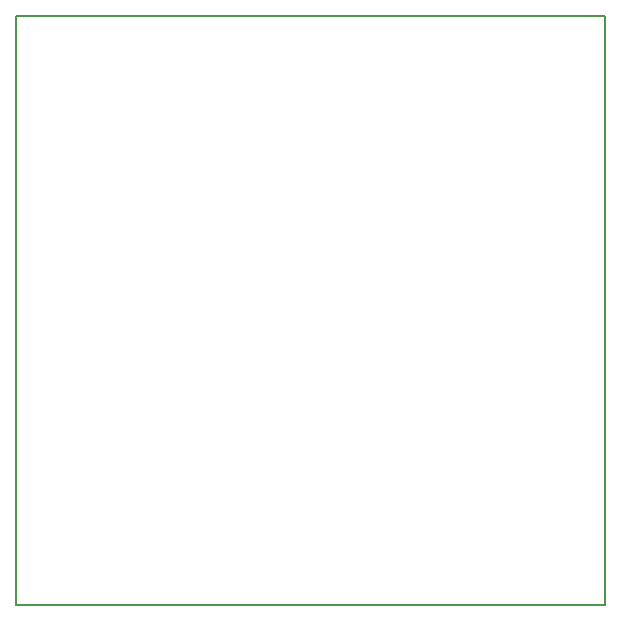
<source format=gm1>
G04 #@! TF.FileFunction,Profile,NP*
%FSLAX46Y46*%
G04 Gerber Fmt 4.6, Leading zero omitted, Abs format (unit mm)*
G04 Created by KiCad (PCBNEW 4.0.4-stable) date 11/08/16 09:08:38*
%MOMM*%
%LPD*%
G01*
G04 APERTURE LIST*
%ADD10C,0.100000*%
%ADD11C,0.150000*%
G04 APERTURE END LIST*
D10*
D11*
X119126000Y-112903000D02*
X119126000Y-62992000D01*
X169037000Y-112903000D02*
X119126000Y-112903000D01*
X169037000Y-62992000D02*
X169037000Y-112903000D01*
X119100600Y-62992000D02*
X169037000Y-62992000D01*
M02*

</source>
